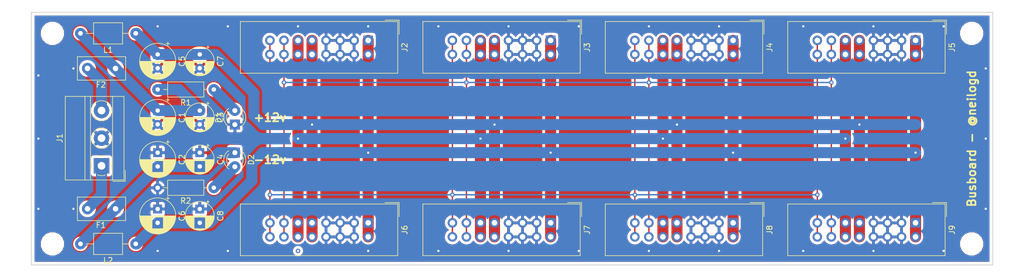
<source format=kicad_pcb>
(kicad_pcb (version 20171130) (host pcbnew 5.0.2-bee76a0~70~ubuntu18.04.1)
  (layers (0 F.Cu signal) (31 B.Cu signal) (34 B.Paste user) (35 F.Paste user) (36 B.SilkS user) (37 F.SilkS user) (38 B.Mask user) (39 F.Mask user) (44 Edge.Cuts user))
  (net 0 "")
  (net 1 "Net-(D2-Pad2)")
  (net 2 GND)
  (net 3 +12V)
  (net 4 "Net-(D1-Pad2)")
  (net 5 -12V)
  (net 6 "Net-(J2-Pad13)")
  (net 7 "Net-(J2-Pad15)")
  (net 8 "Net-(F1-Pad2)")
  (net 9 "Net-(F2-Pad2)")
  (net 10 "Net-(C1-Pad1)")
  (net 11 "Net-(C2-Pad2)")
  (net 12 "Net-(J2-Pad11)")
  (module MountingHole:MountingHole_3.2mm_M3 (layer F.Cu) (at 200.66 82.55)
    (fp_text reference REF** hide)
    (fp_text value MountingHole_3.2mm_M3)
    (pad 1 np_thru_hole circle (at 0 0) (size 3.2 3.2) (drill 3.2) (layers *.Cu *.Mask))
  )
  (module MountingHole:MountingHole_3.2mm_M3 (layer F.Cu) (at 200.66 44.45)
    (fp_text reference REF** hide)
    (fp_text value MountingHole_3.2mm_M3)
    (pad 1 np_thru_hole circle (at 0 0) (size 3.2 3.2) (drill 3.2) (layers *.Cu *.Mask))
  )
  (module MountingHole:MountingHole_3.2mm_M3 (layer F.Cu) (at 34.29 44.45)
    (fp_text reference REF** hide)
    (fp_text value MountingHole_3.2mm_M3)
    (pad 1 np_thru_hole circle (at 0 0) (size 3.2 3.2) (drill 3.2) (layers *.Cu *.Mask))
  )
  (module MountingHole:MountingHole_3.2mm_M3 (layer F.Cu) (at 34.29 82.55)
    (fp_text reference REF** hide)
    (fp_text value MountingHole_3.2mm_M3)
    (pad 1 np_thru_hole circle (at 0 0) (size 3.2 3.2) (drill 3.2) (layers *.Cu *.Mask))
  )
  (module Inductor_THT:L_Axial_L5.0mm_D3.6mm_P10.00mm_Horizontal_Murata_BL01RN1A2A2 (layer F.Cu) (at 49.37 82.55 180)
    (fp_text reference L2 (at 5 -3 180) (layer F.SilkS))
    (fp_text value 10mH)
    (pad 2 thru_hole oval (at 10 0 180) (size 1.6 1.6) (drill 0.85) (layers *.Cu *.Mask) (net 11 "Net-(C2-Pad2)"))
    (pad 1 thru_hole circle (at 0 0 180) (size 1.6 1.6) (drill 0.85) (layers *.Cu *.Mask) (net 5 -12V))
  )
  (module Capacitor_THT:CP_Radial_D5.0mm_P2.50mm (layer F.Cu) (at 60.96 48.26 270)
    (fp_text reference C7 (at 1.25 -3.75 270) (layer F.SilkS))
    (fp_text value 270uF)
    (pad 2 thru_hole circle (at 2.5 0 270) (size 1.6 1.6) (drill 0.8) (layers *.Cu *.Mask) (net 2 GND))
    (pad 1 thru_hole rect (at 0 0 270) (size 1.6 1.6) (drill 0.8) (layers *.Cu *.Mask) (net 3 +12V))
  )
  (module Capacitor_THT:CP_Radial_D6.3mm_P2.50mm (layer F.Cu) (at 53.34 48.26 270)
    (fp_text reference C5 (at 1.25 -4.4 270) (layer F.SilkS))
    (fp_text value 2000uF)
    (pad 1 thru_hole rect (at 0 0 270) (size 1.6 1.6) (drill 0.8) (layers *.Cu *.Mask) (net 3 +12V))
    (pad 2 thru_hole circle (at 2.5 0 270) (size 1.6 1.6) (drill 0.8) (layers *.Cu *.Mask) (net 2 GND))
  )
  (module Capacitor_THT:CP_Radial_D6.3mm_P2.50mm (layer F.Cu) (at 53.34 76.24 270)
    (fp_text reference C6 (at 1.25 -4.4 270) (layer F.SilkS))
    (fp_text value 2000uF)
    (pad 2 thru_hole circle (at 2.5 0 270) (size 1.6 1.6) (drill 0.8) (layers *.Cu *.Mask) (net 5 -12V))
    (pad 1 thru_hole rect (at 0 0 270) (size 1.6 1.6) (drill 0.8) (layers *.Cu *.Mask) (net 2 GND))
  )
  (module TerminalBlock_MetzConnect:TerminalBlock_MetzConnect_Type011_RT05503HBWC_1x03_P5.00mm_Horizontal (layer F.Cu) (at 43.18 68.42 90)
    (fp_text reference J1 (at 5 -7.56 90) (layer F.SilkS))
    (fp_text value Conn_01x03)
    (pad 1 thru_hole rect (at 0 0 90) (size 2.8 2.8) (drill 1.4) (layers *.Cu *.Mask) (net 8 "Net-(F1-Pad2)"))
    (pad 2 thru_hole circle (at 5 0 90) (size 2.8 2.8) (drill 1.4) (layers *.Cu *.Mask) (net 2 GND))
    (pad 3 thru_hole circle (at 10 0 90) (size 2.8 2.8) (drill 1.4) (layers *.Cu *.Mask) (net 9 "Net-(F2-Pad2)"))
  )
  (module Connector_IDC:IDC-Header_2x08_P2.54mm_Vertical (layer F.Cu) (at 91.44 45.72 270)
    (fp_text reference J2 (at 1.27 -6.604 270) (layer F.SilkS))
    (fp_text value Conn_02x08_Odd_Even)
    (pad 1 thru_hole rect (at 0 0 270) (size 1.7272 1.7272) (drill 1.016) (layers *.Cu *.Mask) (net 5 -12V))
    (pad 2 thru_hole oval (at 2.54 0 270) (size 1.7272 1.7272) (drill 1.016) (layers *.Cu *.Mask) (net 5 -12V))
    (pad 3 thru_hole oval (at 0 2.54 270) (size 1.7272 1.7272) (drill 1.016) (layers *.Cu *.Mask) (net 2 GND))
    (pad 4 thru_hole oval (at 2.54 2.54 270) (size 1.7272 1.7272) (drill 1.016) (layers *.Cu *.Mask) (net 2 GND))
    (pad 5 thru_hole oval (at 0 5.08 270) (size 1.7272 1.7272) (drill 1.016) (layers *.Cu *.Mask) (net 2 GND))
    (pad 6 thru_hole oval (at 2.54 5.08 270) (size 1.7272 1.7272) (drill 1.016) (layers *.Cu *.Mask) (net 2 GND))
    (pad 7 thru_hole oval (at 0 7.62 270) (size 1.7272 1.7272) (drill 1.016) (layers *.Cu *.Mask) (net 2 GND))
    (pad 8 thru_hole oval (at 2.54 7.62 270) (size 1.7272 1.7272) (drill 1.016) (layers *.Cu *.Mask) (net 2 GND))
    (pad 9 thru_hole oval (at 0 10.16 270) (size 1.7272 1.7272) (drill 1.016) (layers *.Cu *.Mask) (net 3 +12V))
    (pad 10 thru_hole oval (at 2.54 10.16 270) (size 1.7272 1.7272) (drill 1.016) (layers *.Cu *.Mask) (net 3 +12V))
    (pad 11 thru_hole oval (at 0 12.7 270) (size 1.7272 1.7272) (drill 1.016) (layers *.Cu *.Mask) (net 12 "Net-(J2-Pad11)"))
    (pad 12 thru_hole oval (at 2.54 12.7 270) (size 1.7272 1.7272) (drill 1.016) (layers *.Cu *.Mask) (net 12 "Net-(J2-Pad11)"))
    (pad 13 thru_hole oval (at 0 15.24 270) (size 1.7272 1.7272) (drill 1.016) (layers *.Cu *.Mask) (net 6 "Net-(J2-Pad13)"))
    (pad 14 thru_hole oval (at 2.54 15.24 270) (size 1.7272 1.7272) (drill 1.016) (layers *.Cu *.Mask) (net 6 "Net-(J2-Pad13)"))
    (pad 15 thru_hole oval (at 0 17.78 270) (size 1.7272 1.7272) (drill 1.016) (layers *.Cu *.Mask) (net 7 "Net-(J2-Pad15)"))
    (pad 16 thru_hole oval (at 2.54 17.78 270) (size 1.7272 1.7272) (drill 1.016) (layers *.Cu *.Mask) (net 7 "Net-(J2-Pad15)"))
  )
  (module Connector_IDC:IDC-Header_2x08_P2.54mm_Vertical (layer F.Cu) (at 157.48 78.74 270)
    (fp_text reference J8 (at 1.27 -6.604 270) (layer F.SilkS))
    (fp_text value Conn_02x08_Odd_Even)
    (pad 16 thru_hole oval (at 2.54 17.78 270) (size 1.7272 1.7272) (drill 1.016) (layers *.Cu *.Mask) (net 7 "Net-(J2-Pad15)"))
    (pad 15 thru_hole oval (at 0 17.78 270) (size 1.7272 1.7272) (drill 1.016) (layers *.Cu *.Mask) (net 7 "Net-(J2-Pad15)"))
    (pad 14 thru_hole oval (at 2.54 15.24 270) (size 1.7272 1.7272) (drill 1.016) (layers *.Cu *.Mask) (net 6 "Net-(J2-Pad13)"))
    (pad 13 thru_hole oval (at 0 15.24 270) (size 1.7272 1.7272) (drill 1.016) (layers *.Cu *.Mask) (net 6 "Net-(J2-Pad13)"))
    (pad 12 thru_hole oval (at 2.54 12.7 270) (size 1.7272 1.7272) (drill 1.016) (layers *.Cu *.Mask) (net 12 "Net-(J2-Pad11)"))
    (pad 11 thru_hole oval (at 0 12.7 270) (size 1.7272 1.7272) (drill 1.016) (layers *.Cu *.Mask) (net 12 "Net-(J2-Pad11)"))
    (pad 10 thru_hole oval (at 2.54 10.16 270) (size 1.7272 1.7272) (drill 1.016) (layers *.Cu *.Mask) (net 3 +12V))
    (pad 9 thru_hole oval (at 0 10.16 270) (size 1.7272 1.7272) (drill 1.016) (layers *.Cu *.Mask) (net 3 +12V))
    (pad 8 thru_hole oval (at 2.54 7.62 270) (size 1.7272 1.7272) (drill 1.016) (layers *.Cu *.Mask) (net 2 GND))
    (pad 7 thru_hole oval (at 0 7.62 270) (size 1.7272 1.7272) (drill 1.016) (layers *.Cu *.Mask) (net 2 GND))
    (pad 6 thru_hole oval (at 2.54 5.08 270) (size 1.7272 1.7272) (drill 1.016) (layers *.Cu *.Mask) (net 2 GND))
    (pad 5 thru_hole oval (at 0 5.08 270) (size 1.7272 1.7272) (drill 1.016) (layers *.Cu *.Mask) (net 2 GND))
    (pad 4 thru_hole oval (at 2.54 2.54 270) (size 1.7272 1.7272) (drill 1.016) (layers *.Cu *.Mask) (net 2 GND))
    (pad 3 thru_hole oval (at 0 2.54 270) (size 1.7272 1.7272) (drill 1.016) (layers *.Cu *.Mask) (net 2 GND))
    (pad 2 thru_hole oval (at 2.54 0 270) (size 1.7272 1.7272) (drill 1.016) (layers *.Cu *.Mask) (net 5 -12V))
    (pad 1 thru_hole rect (at 0 0 270) (size 1.7272 1.7272) (drill 1.016) (layers *.Cu *.Mask) (net 5 -12V))
  )
  (module Connector_IDC:IDC-Header_2x08_P2.54mm_Vertical (layer F.Cu) (at 124.46 78.74 270)
    (fp_text reference J7 (at 1.27 -6.604 270) (layer F.SilkS))
    (fp_text value Conn_02x08_Odd_Even)
    (pad 16 thru_hole oval (at 2.54 17.78 270) (size 1.7272 1.7272) (drill 1.016) (layers *.Cu *.Mask) (net 7 "Net-(J2-Pad15)"))
    (pad 15 thru_hole oval (at 0 17.78 270) (size 1.7272 1.7272) (drill 1.016) (layers *.Cu *.Mask) (net 7 "Net-(J2-Pad15)"))
    (pad 14 thru_hole oval (at 2.54 15.24 270) (size 1.7272 1.7272) (drill 1.016) (layers *.Cu *.Mask) (net 6 "Net-(J2-Pad13)"))
    (pad 13 thru_hole oval (at 0 15.24 270) (size 1.7272 1.7272) (drill 1.016) (layers *.Cu *.Mask) (net 6 "Net-(J2-Pad13)"))
    (pad 12 thru_hole oval (at 2.54 12.7 270) (size 1.7272 1.7272) (drill 1.016) (layers *.Cu *.Mask) (net 12 "Net-(J2-Pad11)"))
    (pad 11 thru_hole oval (at 0 12.7 270) (size 1.7272 1.7272) (drill 1.016) (layers *.Cu *.Mask) (net 12 "Net-(J2-Pad11)"))
    (pad 10 thru_hole oval (at 2.54 10.16 270) (size 1.7272 1.7272) (drill 1.016) (layers *.Cu *.Mask) (net 3 +12V))
    (pad 9 thru_hole oval (at 0 10.16 270) (size 1.7272 1.7272) (drill 1.016) (layers *.Cu *.Mask) (net 3 +12V))
    (pad 8 thru_hole oval (at 2.54 7.62 270) (size 1.7272 1.7272) (drill 1.016) (layers *.Cu *.Mask) (net 2 GND))
    (pad 7 thru_hole oval (at 0 7.62 270) (size 1.7272 1.7272) (drill 1.016) (layers *.Cu *.Mask) (net 2 GND))
    (pad 6 thru_hole oval (at 2.54 5.08 270) (size 1.7272 1.7272) (drill 1.016) (layers *.Cu *.Mask) (net 2 GND))
    (pad 5 thru_hole oval (at 0 5.08 270) (size 1.7272 1.7272) (drill 1.016) (layers *.Cu *.Mask) (net 2 GND))
    (pad 4 thru_hole oval (at 2.54 2.54 270) (size 1.7272 1.7272) (drill 1.016) (layers *.Cu *.Mask) (net 2 GND))
    (pad 3 thru_hole oval (at 0 2.54 270) (size 1.7272 1.7272) (drill 1.016) (layers *.Cu *.Mask) (net 2 GND))
    (pad 2 thru_hole oval (at 2.54 0 270) (size 1.7272 1.7272) (drill 1.016) (layers *.Cu *.Mask) (net 5 -12V))
    (pad 1 thru_hole rect (at 0 0 270) (size 1.7272 1.7272) (drill 1.016) (layers *.Cu *.Mask) (net 5 -12V))
  )
  (module Connector_IDC:IDC-Header_2x08_P2.54mm_Vertical (layer F.Cu) (at 91.44 78.74 270)
    (fp_text reference J6 (at 1.27 -6.604 270) (layer F.SilkS))
    (fp_text value Conn_02x08_Odd_Even)
    (pad 1 thru_hole rect (at 0 0 270) (size 1.7272 1.7272) (drill 1.016) (layers *.Cu *.Mask) (net 5 -12V))
    (pad 2 thru_hole oval (at 2.54 0 270) (size 1.7272 1.7272) (drill 1.016) (layers *.Cu *.Mask) (net 5 -12V))
    (pad 3 thru_hole oval (at 0 2.54 270) (size 1.7272 1.7272) (drill 1.016) (layers *.Cu *.Mask) (net 2 GND))
    (pad 4 thru_hole oval (at 2.54 2.54 270) (size 1.7272 1.7272) (drill 1.016) (layers *.Cu *.Mask) (net 2 GND))
    (pad 5 thru_hole oval (at 0 5.08 270) (size 1.7272 1.7272) (drill 1.016) (layers *.Cu *.Mask) (net 2 GND))
    (pad 6 thru_hole oval (at 2.54 5.08 270) (size 1.7272 1.7272) (drill 1.016) (layers *.Cu *.Mask) (net 2 GND))
    (pad 7 thru_hole oval (at 0 7.62 270) (size 1.7272 1.7272) (drill 1.016) (layers *.Cu *.Mask) (net 2 GND))
    (pad 8 thru_hole oval (at 2.54 7.62 270) (size 1.7272 1.7272) (drill 1.016) (layers *.Cu *.Mask) (net 2 GND))
    (pad 9 thru_hole oval (at 0 10.16 270) (size 1.7272 1.7272) (drill 1.016) (layers *.Cu *.Mask) (net 3 +12V))
    (pad 10 thru_hole oval (at 2.54 10.16 270) (size 1.7272 1.7272) (drill 1.016) (layers *.Cu *.Mask) (net 3 +12V))
    (pad 11 thru_hole oval (at 0 12.7 270) (size 1.7272 1.7272) (drill 1.016) (layers *.Cu *.Mask) (net 12 "Net-(J2-Pad11)"))
    (pad 12 thru_hole oval (at 2.54 12.7 270) (size 1.7272 1.7272) (drill 1.016) (layers *.Cu *.Mask) (net 12 "Net-(J2-Pad11)"))
    (pad 13 thru_hole oval (at 0 15.24 270) (size 1.7272 1.7272) (drill 1.016) (layers *.Cu *.Mask) (net 6 "Net-(J2-Pad13)"))
    (pad 14 thru_hole oval (at 2.54 15.24 270) (size 1.7272 1.7272) (drill 1.016) (layers *.Cu *.Mask) (net 6 "Net-(J2-Pad13)"))
    (pad 15 thru_hole oval (at 0 17.78 270) (size 1.7272 1.7272) (drill 1.016) (layers *.Cu *.Mask) (net 7 "Net-(J2-Pad15)"))
    (pad 16 thru_hole oval (at 2.54 17.78 270) (size 1.7272 1.7272) (drill 1.016) (layers *.Cu *.Mask) (net 7 "Net-(J2-Pad15)"))
  )
  (module Connector_IDC:IDC-Header_2x08_P2.54mm_Vertical (layer F.Cu) (at 190.5 45.72 270)
    (fp_text reference J5 (at 1.27 -6.604 270) (layer F.SilkS))
    (fp_text value Conn_02x08_Odd_Even)
    (pad 16 thru_hole oval (at 2.54 17.78 270) (size 1.7272 1.7272) (drill 1.016) (layers *.Cu *.Mask) (net 7 "Net-(J2-Pad15)"))
    (pad 15 thru_hole oval (at 0 17.78 270) (size 1.7272 1.7272) (drill 1.016) (layers *.Cu *.Mask) (net 7 "Net-(J2-Pad15)"))
    (pad 14 thru_hole oval (at 2.54 15.24 270) (size 1.7272 1.7272) (drill 1.016) (layers *.Cu *.Mask) (net 6 "Net-(J2-Pad13)"))
    (pad 13 thru_hole oval (at 0 15.24 270) (size 1.7272 1.7272) (drill 1.016) (layers *.Cu *.Mask) (net 6 "Net-(J2-Pad13)"))
    (pad 12 thru_hole oval (at 2.54 12.7 270) (size 1.7272 1.7272) (drill 1.016) (layers *.Cu *.Mask) (net 12 "Net-(J2-Pad11)"))
    (pad 11 thru_hole oval (at 0 12.7 270) (size 1.7272 1.7272) (drill 1.016) (layers *.Cu *.Mask) (net 12 "Net-(J2-Pad11)"))
    (pad 10 thru_hole oval (at 2.54 10.16 270) (size 1.7272 1.7272) (drill 1.016) (layers *.Cu *.Mask) (net 3 +12V))
    (pad 9 thru_hole oval (at 0 10.16 270) (size 1.7272 1.7272) (drill 1.016) (layers *.Cu *.Mask) (net 3 +12V))
    (pad 8 thru_hole oval (at 2.54 7.62 270) (size 1.7272 1.7272) (drill 1.016) (layers *.Cu *.Mask) (net 2 GND))
    (pad 7 thru_hole oval (at 0 7.62 270) (size 1.7272 1.7272) (drill 1.016) (layers *.Cu *.Mask) (net 2 GND))
    (pad 6 thru_hole oval (at 2.54 5.08 270) (size 1.7272 1.7272) (drill 1.016) (layers *.Cu *.Mask) (net 2 GND))
    (pad 5 thru_hole oval (at 0 5.08 270) (size 1.7272 1.7272) (drill 1.016) (layers *.Cu *.Mask) (net 2 GND))
    (pad 4 thru_hole oval (at 2.54 2.54 270) (size 1.7272 1.7272) (drill 1.016) (layers *.Cu *.Mask) (net 2 GND))
    (pad 3 thru_hole oval (at 0 2.54 270) (size 1.7272 1.7272) (drill 1.016) (layers *.Cu *.Mask) (net 2 GND))
    (pad 2 thru_hole oval (at 2.54 0 270) (size 1.7272 1.7272) (drill 1.016) (layers *.Cu *.Mask) (net 5 -12V))
    (pad 1 thru_hole rect (at 0 0 270) (size 1.7272 1.7272) (drill 1.016) (layers *.Cu *.Mask) (net 5 -12V))
  )
  (module Connector_IDC:IDC-Header_2x08_P2.54mm_Vertical (layer F.Cu) (at 157.48 45.72 270)
    (fp_text reference J4 (at 1.27 -6.604 270) (layer F.SilkS))
    (fp_text value Conn_02x08_Odd_Even)
    (pad 1 thru_hole rect (at 0 0 270) (size 1.7272 1.7272) (drill 1.016) (layers *.Cu *.Mask) (net 5 -12V))
    (pad 2 thru_hole oval (at 2.54 0 270) (size 1.7272 1.7272) (drill 1.016) (layers *.Cu *.Mask) (net 5 -12V))
    (pad 3 thru_hole oval (at 0 2.54 270) (size 1.7272 1.7272) (drill 1.016) (layers *.Cu *.Mask) (net 2 GND))
    (pad 4 thru_hole oval (at 2.54 2.54 270) (size 1.7272 1.7272) (drill 1.016) (layers *.Cu *.Mask) (net 2 GND))
    (pad 5 thru_hole oval (at 0 5.08 270) (size 1.7272 1.7272) (drill 1.016) (layers *.Cu *.Mask) (net 2 GND))
    (pad 6 thru_hole oval (at 2.54 5.08 270) (size 1.7272 1.7272) (drill 1.016) (layers *.Cu *.Mask) (net 2 GND))
    (pad 7 thru_hole oval (at 0 7.62 270) (size 1.7272 1.7272) (drill 1.016) (layers *.Cu *.Mask) (net 2 GND))
    (pad 8 thru_hole oval (at 2.54 7.62 270) (size 1.7272 1.7272) (drill 1.016) (layers *.Cu *.Mask) (net 2 GND))
    (pad 9 thru_hole oval (at 0 10.16 270) (size 1.7272 1.7272) (drill 1.016) (layers *.Cu *.Mask) (net 3 +12V))
    (pad 10 thru_hole oval (at 2.54 10.16 270) (size 1.7272 1.7272) (drill 1.016) (layers *.Cu *.Mask) (net 3 +12V))
    (pad 11 thru_hole oval (at 0 12.7 270) (size 1.7272 1.7272) (drill 1.016) (layers *.Cu *.Mask) (net 12 "Net-(J2-Pad11)"))
    (pad 12 thru_hole oval (at 2.54 12.7 270) (size 1.7272 1.7272) (drill 1.016) (layers *.Cu *.Mask) (net 12 "Net-(J2-Pad11)"))
    (pad 13 thru_hole oval (at 0 15.24 270) (size 1.7272 1.7272) (drill 1.016) (layers *.Cu *.Mask) (net 6 "Net-(J2-Pad13)"))
    (pad 14 thru_hole oval (at 2.54 15.24 270) (size 1.7272 1.7272) (drill 1.016) (layers *.Cu *.Mask) (net 6 "Net-(J2-Pad13)"))
    (pad 15 thru_hole oval (at 0 17.78 270) (size 1.7272 1.7272) (drill 1.016) (layers *.Cu *.Mask) (net 7 "Net-(J2-Pad15)"))
    (pad 16 thru_hole oval (at 2.54 17.78 270) (size 1.7272 1.7272) (drill 1.016) (layers *.Cu *.Mask) (net 7 "Net-(J2-Pad15)"))
  )
  (module Connector_IDC:IDC-Header_2x08_P2.54mm_Vertical (layer F.Cu) (at 124.46 45.72 270)
    (fp_text reference J3 (at 1.27 -6.604 270) (layer F.SilkS))
    (fp_text value Conn_02x08_Odd_Even)
    (pad 16 thru_hole oval (at 2.54 17.78 270) (size 1.7272 1.7272) (drill 1.016) (layers *.Cu *.Mask) (net 7 "Net-(J2-Pad15)"))
    (pad 15 thru_hole oval (at 0 17.78 270) (size 1.7272 1.7272) (drill 1.016) (layers *.Cu *.Mask) (net 7 "Net-(J2-Pad15)"))
    (pad 14 thru_hole oval (at 2.54 15.24 270) (size 1.7272 1.7272) (drill 1.016) (layers *.Cu *.Mask) (net 6 "Net-(J2-Pad13)"))
    (pad 13 thru_hole oval (at 0 15.24 270) (size 1.7272 1.7272) (drill 1.016) (layers *.Cu *.Mask) (net 6 "Net-(J2-Pad13)"))
    (pad 12 thru_hole oval (at 2.54 12.7 270) (size 1.7272 1.7272) (drill 1.016) (layers *.Cu *.Mask) (net 12 "Net-(J2-Pad11)"))
    (pad 11 thru_hole oval (at 0 12.7 270) (size 1.7272 1.7272) (drill 1.016) (layers *.Cu *.Mask) (net 12 "Net-(J2-Pad11)"))
    (pad 10 thru_hole oval (at 2.54 10.16 270) (size 1.7272 1.7272) (drill 1.016) (layers *.Cu *.Mask) (net 3 +12V))
    (pad 9 thru_hole oval (at 0 10.16 270) (size 1.7272 1.7272) (drill 1.016) (layers *.Cu *.Mask) (net 3 +12V))
    (pad 8 thru_hole oval (at 2.54 7.62 270) (size 1.7272 1.7272) (drill 1.016) (layers *.Cu *.Mask) (net 2 GND))
    (pad 7 thru_hole oval (at 0 7.62 270) (size 1.7272 1.7272) (drill 1.016) (layers *.Cu *.Mask) (net 2 GND))
    (pad 6 thru_hole oval (at 2.54 5.08 270) (size 1.7272 1.7272) (drill 1.016) (layers *.Cu *.Mask) (net 2 GND))
    (pad 5 thru_hole oval (at 0 5.08 270) (size 1.7272 1.7272) (drill 1.016) (layers *.Cu *.Mask) (net 2 GND))
    (pad 4 thru_hole oval (at 2.54 2.54 270) (size 1.7272 1.7272) (drill 1.016) (layers *.Cu *.Mask) (net 2 GND))
    (pad 3 thru_hole oval (at 0 2.54 270) (size 1.7272 1.7272) (drill 1.016) (layers *.Cu *.Mask) (net 2 GND))
    (pad 2 thru_hole oval (at 2.54 0 270) (size 1.7272 1.7272) (drill 1.016) (layers *.Cu *.Mask) (net 5 -12V))
    (pad 1 thru_hole rect (at 0 0 270) (size 1.7272 1.7272) (drill 1.016) (layers *.Cu *.Mask) (net 5 -12V))
  )
  (module Connector_IDC:IDC-Header_2x08_P2.54mm_Vertical (layer F.Cu) (at 190.5 78.74 270)
    (fp_text reference J9 (at 1.27 -6.604 270) (layer F.SilkS))
    (fp_text value Conn_02x08_Odd_Even)
    (pad 1 thru_hole rect (at 0 0 270) (size 1.7272 1.7272) (drill 1.016) (layers *.Cu *.Mask) (net 5 -12V))
    (pad 2 thru_hole oval (at 2.54 0 270) (size 1.7272 1.7272) (drill 1.016) (layers *.Cu *.Mask) (net 5 -12V))
    (pad 3 thru_hole oval (at 0 2.54 270) (size 1.7272 1.7272) (drill 1.016) (layers *.Cu *.Mask) (net 2 GND))
    (pad 4 thru_hole oval (at 2.54 2.54 270) (size 1.7272 1.7272) (drill 1.016) (layers *.Cu *.Mask) (net 2 GND))
    (pad 5 thru_hole oval (at 0 5.08 270) (size 1.7272 1.7272) (drill 1.016) (layers *.Cu *.Mask) (net 2 GND))
    (pad 6 thru_hole oval (at 2.54 5.08 270) (size 1.7272 1.7272) (drill 1.016) (layers *.Cu *.Mask) (net 2 GND))
    (pad 7 thru_hole oval (at 0 7.62 270) (size 1.7272 1.7272) (drill 1.016) (layers *.Cu *.Mask) (net 2 GND))
    (pad 8 thru_hole oval (at 2.54 7.62 270) (size 1.7272 1.7272) (drill 1.016) (layers *.Cu *.Mask) (net 2 GND))
    (pad 9 thru_hole oval (at 0 10.16 270) (size 1.7272 1.7272) (drill 1.016) (layers *.Cu *.Mask) (net 3 +12V))
    (pad 10 thru_hole oval (at 2.54 10.16 270) (size 1.7272 1.7272) (drill 1.016) (layers *.Cu *.Mask) (net 3 +12V))
    (pad 11 thru_hole oval (at 0 12.7 270) (size 1.7272 1.7272) (drill 1.016) (layers *.Cu *.Mask) (net 12 "Net-(J2-Pad11)"))
    (pad 12 thru_hole oval (at 2.54 12.7 270) (size 1.7272 1.7272) (drill 1.016) (layers *.Cu *.Mask) (net 12 "Net-(J2-Pad11)"))
    (pad 13 thru_hole oval (at 0 15.24 270) (size 1.7272 1.7272) (drill 1.016) (layers *.Cu *.Mask) (net 6 "Net-(J2-Pad13)"))
    (pad 14 thru_hole oval (at 2.54 15.24 270) (size 1.7272 1.7272) (drill 1.016) (layers *.Cu *.Mask) (net 6 "Net-(J2-Pad13)"))
    (pad 15 thru_hole oval (at 0 17.78 270) (size 1.7272 1.7272) (drill 1.016) (layers *.Cu *.Mask) (net 7 "Net-(J2-Pad15)"))
    (pad 16 thru_hole oval (at 2.54 17.78 270) (size 1.7272 1.7272) (drill 1.016) (layers *.Cu *.Mask) (net 7 "Net-(J2-Pad15)"))
  )
  (module Capacitor_THT:CP_Radial_D5.0mm_P2.50mm (layer F.Cu) (at 60.96 58.42 270)
    (fp_text reference C3 (at 1.25 -3.75 270) (layer F.SilkS))
    (fp_text value 270uF)
    (pad 1 thru_hole rect (at 0 0 270) (size 1.6 1.6) (drill 0.8) (layers *.Cu *.Mask) (net 10 "Net-(C1-Pad1)"))
    (pad 2 thru_hole circle (at 2.5 0 270) (size 1.6 1.6) (drill 0.8) (layers *.Cu *.Mask) (net 2 GND))
  )
  (module Capacitor_THT:CP_Radial_D5.0mm_P2.50mm (layer F.Cu) (at 60.96 66.04 270)
    (fp_text reference C4 (at 1.25 -3.75 270) (layer F.SilkS))
    (fp_text value 270uF)
    (pad 2 thru_hole circle (at 2.5 0 270) (size 1.6 1.6) (drill 0.8) (layers *.Cu *.Mask) (net 11 "Net-(C2-Pad2)"))
    (pad 1 thru_hole rect (at 0 0 270) (size 1.6 1.6) (drill 0.8) (layers *.Cu *.Mask) (net 2 GND))
  )
  (module Capacitor_THT:CP_Radial_D5.0mm_P2.50mm (layer F.Cu) (at 60.96 76.24 270)
    (fp_text reference C8 (at 1.25 -3.75 270) (layer F.SilkS))
    (fp_text value 270uF)
    (pad 2 thru_hole circle (at 2.5 0 270) (size 1.6 1.6) (drill 0.8) (layers *.Cu *.Mask) (net 5 -12V))
    (pad 1 thru_hole rect (at 0 0 270) (size 1.6 1.6) (drill 0.8) (layers *.Cu *.Mask) (net 2 GND))
  )
  (module Capacitor_THT:CP_Radial_D6.3mm_P2.50mm (layer F.Cu) (at 53.34 66.04 270)
    (fp_text reference C2 (at 1.25 -4.4 270) (layer F.SilkS))
    (fp_text value 2000uF)
    (pad 1 thru_hole rect (at 0 0 270) (size 1.6 1.6) (drill 0.8) (layers *.Cu *.Mask) (net 2 GND))
    (pad 2 thru_hole circle (at 2.5 0 270) (size 1.6 1.6) (drill 0.8) (layers *.Cu *.Mask) (net 11 "Net-(C2-Pad2)"))
  )
  (module Capacitor_THT:CP_Radial_D6.3mm_P2.50mm (layer F.Cu) (at 53.34 58.42 270)
    (fp_text reference C1 (at 1.25 -4.4 270) (layer F.SilkS))
    (fp_text value 2000uF)
    (pad 2 thru_hole circle (at 2.5 0 270) (size 1.6 1.6) (drill 0.8) (layers *.Cu *.Mask) (net 2 GND))
    (pad 1 thru_hole rect (at 0 0 270) (size 1.6 1.6) (drill 0.8) (layers *.Cu *.Mask) (net 10 "Net-(C1-Pad1)"))
  )
  (module Fuse:Fuse_Littelfuse_395Series (layer F.Cu) (at 45.72 50.8 180)
    (fp_text reference F2 (at 2.65 -2.95 180) (layer F.SilkS))
    (fp_text value Polyfuse)
    (pad 2 thru_hole circle (at 5.08 0.01 180) (size 2 2) (drill 1) (layers *.Cu *.Mask) (net 9 "Net-(F2-Pad2)"))
    (pad 1 thru_hole circle (at 0 0 180) (size 2 2) (drill 1) (layers *.Cu *.Mask) (net 10 "Net-(C1-Pad1)"))
  )
  (module Fuse:Fuse_Littelfuse_395Series (layer F.Cu) (at 45.72 76.21 180)
    (fp_text reference F1 (at 2.65 -2.95 180) (layer F.SilkS))
    (fp_text value Polyfuse)
    (pad 1 thru_hole circle (at 0 0 180) (size 2 2) (drill 1) (layers *.Cu *.Mask) (net 11 "Net-(C2-Pad2)"))
    (pad 2 thru_hole circle (at 5.08 0.01 180) (size 2 2) (drill 1) (layers *.Cu *.Mask) (net 8 "Net-(F1-Pad2)"))
  )
  (module Inductor_THT:L_Axial_L5.0mm_D3.6mm_P10.00mm_Horizontal_Murata_BL01RN1A2A2 (layer F.Cu) (at 49.37 44.45 180)
    (fp_text reference L1 (at 5 -3 180) (layer F.SilkS))
    (fp_text value 10mH)
    (pad 2 thru_hole oval (at 10 0 180) (size 1.6 1.6) (drill 0.85) (layers *.Cu *.Mask) (net 10 "Net-(C1-Pad1)"))
    (pad 1 thru_hole circle (at 0 0 180) (size 1.6 1.6) (drill 0.85) (layers *.Cu *.Mask) (net 3 +12V))
  )
  (module LED_THT:LED_D3.0mm (layer F.Cu) (at 67.31 66.04 270)
    (fp_text reference D2 (at 1.27 -2.96 270) (layer F.SilkS))
    (fp_text value LED)
    (pad 1 thru_hole rect (at 0 0 270) (size 1.8 1.8) (drill 0.9) (layers *.Cu *.Mask) (net 11 "Net-(C2-Pad2)"))
    (pad 2 thru_hole circle (at 2.54 0 270) (size 1.8 1.8) (drill 0.9) (layers *.Cu *.Mask) (net 1 "Net-(D2-Pad2)"))
  )
  (module LED_THT:LED_D3.0mm (layer F.Cu) (at 67.31 60.96 90)
    (fp_text reference D1 (at 1.27 -2.96 90) (layer F.SilkS))
    (fp_text value LED)
    (pad 1 thru_hole rect (at 0 0 90) (size 1.8 1.8) (drill 0.9) (layers *.Cu *.Mask) (net 2 GND))
    (pad 2 thru_hole circle (at 2.54 0 90) (size 1.8 1.8) (drill 0.9) (layers *.Cu *.Mask) (net 4 "Net-(D1-Pad2)"))
  )
  (module Resistor_THT:R_Axial_DIN0207_L6.3mm_D2.5mm_P10.16mm_Horizontal (layer F.Cu) (at 63.5 54.61 180)
    (fp_text reference R1 (at 5.08 -2.37 180) (layer F.SilkS))
    (fp_text value 1k)
    (pad 2 thru_hole oval (at 10.16 0 180) (size 1.6 1.6) (drill 0.8) (layers *.Cu *.Mask) (net 10 "Net-(C1-Pad1)"))
    (pad 1 thru_hole circle (at 0 0 180) (size 1.6 1.6) (drill 0.8) (layers *.Cu *.Mask) (net 4 "Net-(D1-Pad2)"))
  )
  (module Resistor_THT:R_Axial_DIN0207_L6.3mm_D2.5mm_P10.16mm_Horizontal (layer F.Cu) (at 63.5 72.39 180)
    (fp_text reference R2 (at 5.08 -2.37 180) (layer F.SilkS))
    (fp_text value 1k)
    (pad 1 thru_hole circle (at 0 0 180) (size 1.6 1.6) (drill 0.8) (layers *.Cu *.Mask) (net 1 "Net-(D2-Pad2)"))
    (pad 2 thru_hole oval (at 10.16 0 180) (size 1.6 1.6) (drill 0.8) (layers *.Cu *.Mask) (net 2 GND))
  )
  (gr_line (start 204.47 40.64) (end 204.47 86.36) (layer Edge.Cuts) (width 0.15))
  (gr_line (start 30.48 86.36) (end 30.48 40.64) (layer Edge.Cuts) (width 0.15))
  (gr_line (start 204.47 86.36) (end 30.48 86.36) (layer Edge.Cuts) (width 0.15))
  (gr_line (start 30.48 40.64) (end 204.47 40.64) (layer Edge.Cuts) (width 0.15))
  (gr_text -12v (at 73.66 67.31) (layer F.SilkS) (effects (font (size 1.5 1.5) (thickness 0.3))))
  (gr_text +12v (at 73.66 59.69) (layer F.SilkS) (effects (font (size 1.5 1.5) (thickness 0.3))))
  (gr_text "Busboard - @neilogd" (at 200.66 63.5 90) (layer F.SilkS) (effects (font (size 1.5 1.5) (thickness 0.3))))
  (segment (start 63.5 72.39) (end 67.31 68.58) (width 2) (layer B.Cu) (net 1))
  (via (at 53.34 43.18) (size 0.8) (drill 0.4) (layers F.Cu B.Cu) (net 2))
  (via (at 195.58 43.18) (size 0.8) (drill 0.4) (layers F.Cu B.Cu) (net 2))
  (via (at 195.58 83.82) (size 0.8) (drill 0.4) (layers F.Cu B.Cu) (net 2))
  (via (at 182.88 83.82) (size 0.8) (drill 0.4) (layers F.Cu B.Cu) (net 2))
  (via (at 170.18 83.82) (size 0.8) (drill 0.4) (layers F.Cu B.Cu) (net 2))
  (via (at 154.94 83.82) (size 0.8) (drill 0.4) (layers F.Cu B.Cu) (net 2))
  (via (at 142.24 83.82) (size 0.8) (drill 0.4) (layers F.Cu B.Cu) (net 2))
  (via (at 129.54 83.82) (size 0.8) (drill 0.4) (layers F.Cu B.Cu) (net 2))
  (via (at 116.84 83.82) (size 0.8) (drill 0.4) (layers F.Cu B.Cu) (net 2))
  (via (at 104.14 83.82) (size 0.8) (drill 0.4) (layers F.Cu B.Cu) (net 2))
  (via (at 91.44 83.82) (size 0.8) (drill 0.4) (layers F.Cu B.Cu) (net 2))
  (via (at 66.04 83.82) (size 0.8) (drill 0.4) (layers F.Cu B.Cu) (net 2))
  (via (at 53.34 83.82) (size 0.8) (drill 0.4) (layers F.Cu B.Cu) (net 2))
  (via (at 66.04 43.18) (size 0.8) (drill 0.4) (layers F.Cu B.Cu) (net 2))
  (via (at 78.74 43.18) (size 0.8) (drill 0.4) (layers F.Cu B.Cu) (net 2))
  (via (at 91.44 43.18) (size 0.8) (drill 0.4) (layers F.Cu B.Cu) (net 2))
  (via (at 104.14 43.18) (size 0.8) (drill 0.4) (layers F.Cu B.Cu) (net 2))
  (via (at 116.84 43.18) (size 0.8) (drill 0.4) (layers F.Cu B.Cu) (net 2))
  (via (at 129.54 43.18) (size 0.8) (drill 0.4) (layers F.Cu B.Cu) (net 2))
  (via (at 142.24 43.18) (size 0.8) (drill 0.4) (layers F.Cu B.Cu) (net 2))
  (via (at 154.94 43.18) (size 0.8) (drill 0.4) (layers F.Cu B.Cu) (net 2))
  (via (at 170.18 43.18) (size 0.8) (drill 0.4) (layers F.Cu B.Cu) (net 2))
  (via (at 182.88 43.18) (size 0.8) (drill 0.4) (layers F.Cu B.Cu) (net 2))
  (via (at 38.1 50.8) (size 0.8) (drill 0.4) (layers F.Cu B.Cu) (net 2))
  (via (at 38.1 76.2) (size 0.8) (drill 0.4) (layers F.Cu B.Cu) (net 2))
  (via (at 203.2 63.5) (size 0.8) (drill 0.4) (layers F.Cu B.Cu) (net 2))
  (via (at 203.2 76.2) (size 0.8) (drill 0.4) (layers F.Cu B.Cu) (net 2))
  (via (at 203.2 50.8) (size 0.8) (drill 0.4) (layers F.Cu B.Cu) (net 2))
  (via (at 31.75 63.5) (size 0.8) (drill 0.4) (layers F.Cu B.Cu) (net 2))
  (via (at 31.75 52.07) (size 0.8) (drill 0.4) (layers F.Cu B.Cu) (net 2))
  (via (at 31.75 76.2) (size 0.8) (drill 0.4) (layers F.Cu B.Cu) (net 2))
  (segment (start 49.53 44.45) (end 53.34 48.26) (width 2) (layer B.Cu) (net 3))
  (segment (start 49.37 44.45) (end 49.53 44.45) (width 2) (layer B.Cu) (net 3))
  (segment (start 53.34 48.26) (end 60.96 48.26) (width 2) (layer B.Cu) (net 3))
  (segment (start 81.28 81.28) (end 81.28 45.72) (width 2) (layer F.Cu) (net 3))
  (segment (start 114.3 81.28) (end 114.3 45.72) (width 2) (layer F.Cu) (net 3))
  (segment (start 147.32 81.28) (end 147.32 45.72) (width 2) (layer F.Cu) (net 3))
  (segment (start 180.34 81.28) (end 180.34 45.72) (width 2) (layer F.Cu) (net 3))
  (segment (start 181.61 60.96) (end 190.5 60.96) (width 2) (layer B.Cu) (net 3))
  (segment (start 180.34 60.96) (end 181.61 60.96) (width 2) (layer B.Cu) (net 3))
  (via (at 180.34 60.96) (size 0.8) (drill 0.4) (layers F.Cu B.Cu) (net 3))
  (segment (start 147.32 60.96) (end 180.34 60.96) (width 2) (layer B.Cu) (net 3))
  (via (at 147.32 60.96) (size 0.8) (drill 0.4) (layers F.Cu B.Cu) (net 3))
  (segment (start 114.3 60.96) (end 147.32 60.96) (width 2) (layer B.Cu) (net 3))
  (via (at 114.3 60.96) (size 0.8) (drill 0.4) (layers F.Cu B.Cu) (net 3))
  (segment (start 81.28 60.96) (end 114.3 60.96) (width 2) (layer B.Cu) (net 3))
  (via (at 81.28 60.96) (size 0.8) (drill 0.4) (layers F.Cu B.Cu) (net 3))
  (segment (start 63.76 48.26) (end 60.96 48.26) (width 2) (layer B.Cu) (net 3))
  (segment (start 70.745 55.245) (end 63.76 48.26) (width 2) (layer B.Cu) (net 3))
  (segment (start 70.745 59.315) (end 70.745 55.245) (width 2) (layer B.Cu) (net 3))
  (segment (start 81.28 60.96) (end 72.39 60.96) (width 2) (layer B.Cu) (net 3))
  (segment (start 72.39 60.96) (end 70.745 59.315) (width 2) (layer B.Cu) (net 3))
  (segment (start 67.31 58.42) (end 63.5 54.61) (width 2) (layer B.Cu) (net 4))
  (segment (start 49.37 82.55) (end 49.53 82.55) (width 2) (layer B.Cu) (net 5))
  (segment (start 53.34 78.74) (end 60.96 78.74) (width 2) (layer B.Cu) (net 5))
  (segment (start 49.53 82.55) (end 53.34 78.74) (width 2) (layer B.Cu) (net 5))
  (segment (start 75.460002 66.04) (end 76.2 66.04) (width 2) (layer B.Cu) (net 5))
  (segment (start 91.44 81.28) (end 91.44 45.72) (width 2) (layer F.Cu) (net 5))
  (segment (start 124.46 45.72) (end 124.46 81.28) (width 2) (layer F.Cu) (net 5))
  (segment (start 157.48 45.72) (end 157.48 81.28) (width 2) (layer F.Cu) (net 5))
  (segment (start 190.5 81.28) (end 190.5 66.04) (width 2) (layer F.Cu) (net 5))
  (segment (start 181.61 66.04) (end 190.5 66.04) (width 2) (layer B.Cu) (net 5))
  (segment (start 190.5 66.04) (end 190.5 45.72) (width 2) (layer F.Cu) (net 5))
  (via (at 190.5 66.04) (size 0.8) (drill 0.4) (layers F.Cu B.Cu) (net 5))
  (segment (start 157.48 66.04) (end 181.61 66.04) (width 2) (layer B.Cu) (net 5))
  (via (at 157.48 66.04) (size 0.8) (drill 0.4) (layers F.Cu B.Cu) (net 5))
  (segment (start 124.46 66.04) (end 157.48 66.04) (width 2) (layer B.Cu) (net 5))
  (via (at 124.46 66.04) (size 0.8) (drill 0.4) (layers F.Cu B.Cu) (net 5))
  (segment (start 91.44 66.04) (end 124.46 66.04) (width 2) (layer B.Cu) (net 5))
  (via (at 91.44 66.04) (size 0.8) (drill 0.4) (layers F.Cu B.Cu) (net 5))
  (segment (start 77.47 66.04) (end 91.44 66.04) (width 2) (layer B.Cu) (net 5))
  (segment (start 75.460002 66.04) (end 77.47 66.04) (width 2) (layer B.Cu) (net 5))
  (segment (start 72.39 66.04) (end 77.47 66.04) (width 2) (layer B.Cu) (net 5))
  (segment (start 70.380002 71.12) (end 70.380002 68.049998) (width 2) (layer B.Cu) (net 5))
  (segment (start 70.380002 68.049998) (end 72.39 66.04) (width 2) (layer B.Cu) (net 5))
  (segment (start 62.760002 78.74) (end 70.380002 71.12) (width 2) (layer B.Cu) (net 5))
  (segment (start 60.96 78.74) (end 62.760002 78.74) (width 2) (layer B.Cu) (net 5))
  (segment (start 109.22 45.72) (end 109.22 53.34) (width 0.25) (layer F.Cu) (net 6))
  (segment (start 142.24 81.28) (end 142.24 53.34) (width 0.25) (layer F.Cu) (net 6))
  (segment (start 175.26 45.72) (end 175.26 81.28) (width 0.25) (layer F.Cu) (net 6))
  (via (at 76.2 53.34) (size 0.8) (drill 0.4) (layers F.Cu B.Cu) (net 6))
  (segment (start 76.2 53.34) (end 76.2 45.72) (width 0.25) (layer F.Cu) (net 6))
  (segment (start 76.2 81.28) (end 76.2 53.34) (width 0.25) (layer F.Cu) (net 6))
  (via (at 175.26 53.34) (size 0.8) (drill 0.4) (layers F.Cu B.Cu) (net 6))
  (segment (start 76.2 53.34) (end 175.26 53.34) (width 0.25) (layer B.Cu) (net 6))
  (segment (start 142.24 53.34) (end 142.24 45.72) (width 0.25) (layer F.Cu) (net 6))
  (via (at 142.24 53.34) (size 0.8) (drill 0.4) (layers F.Cu B.Cu) (net 6))
  (segment (start 109.22 53.34) (end 109.22 81.28) (width 0.25) (layer F.Cu) (net 6))
  (via (at 109.22 53.34) (size 0.8) (drill 0.4) (layers F.Cu B.Cu) (net 6))
  (segment (start 106.68 81.28) (end 106.68 73.66) (width 0.25) (layer F.Cu) (net 7))
  (segment (start 139.7 45.72) (end 139.7 73.66) (width 0.25) (layer F.Cu) (net 7))
  (segment (start 172.72 81.28) (end 172.72 45.72) (width 0.25) (layer F.Cu) (net 7))
  (segment (start 73.66 73.66) (end 73.66 81.28) (width 0.25) (layer F.Cu) (net 7))
  (via (at 73.66 73.66) (size 0.8) (drill 0.4) (layers F.Cu B.Cu) (net 7))
  (segment (start 73.66 45.72) (end 73.66 73.66) (width 0.25) (layer F.Cu) (net 7))
  (via (at 172.72 73.66) (size 0.8) (drill 0.4) (layers F.Cu B.Cu) (net 7))
  (segment (start 73.66 73.66) (end 172.72 73.66) (width 0.25) (layer B.Cu) (net 7))
  (segment (start 139.7 73.66) (end 139.7 81.28) (width 0.25) (layer F.Cu) (net 7))
  (via (at 139.7 73.66) (size 0.8) (drill 0.4) (layers F.Cu B.Cu) (net 7))
  (segment (start 106.68 73.66) (end 106.68 45.72) (width 0.25) (layer F.Cu) (net 7))
  (via (at 106.68 73.66) (size 0.8) (drill 0.4) (layers F.Cu B.Cu) (net 7))
  (segment (start 43.18 73.66) (end 40.64 76.2) (width 2) (layer B.Cu) (net 8))
  (segment (start 43.18 68.42) (end 43.18 73.66) (width 2) (layer B.Cu) (net 8))
  (segment (start 43.18 53.33) (end 40.64 50.79) (width 2) (layer B.Cu) (net 9))
  (segment (start 43.18 58.42) (end 43.18 53.33) (width 2) (layer B.Cu) (net 9))
  (segment (start 45.72 50.8) (end 39.37 44.45) (width 2) (layer B.Cu) (net 10))
  (segment (start 45.72 50.8) (end 53.34 58.42) (width 2) (layer B.Cu) (net 10))
  (segment (start 60.96 58.42) (end 53.34 58.42) (width 2) (layer B.Cu) (net 10))
  (segment (start 57.15 54.61) (end 60.96 58.42) (width 2) (layer B.Cu) (net 10))
  (segment (start 53.34 54.61) (end 57.15 54.61) (width 2) (layer B.Cu) (net 10))
  (segment (start 45.71 76.21) (end 39.37 82.55) (width 2) (layer B.Cu) (net 11))
  (segment (start 45.72 76.21) (end 45.71 76.21) (width 2) (layer B.Cu) (net 11))
  (segment (start 45.72 76.16) (end 53.34 68.54) (width 2) (layer B.Cu) (net 11))
  (segment (start 45.72 76.21) (end 45.72 76.16) (width 2) (layer B.Cu) (net 11))
  (segment (start 60.96 68.54) (end 53.34 68.54) (width 2) (layer B.Cu) (net 11))
  (segment (start 61.91 68.54) (end 60.96 68.54) (width 2) (layer B.Cu) (net 11))
  (segment (start 64.41 66.04) (end 61.91 68.54) (width 2) (layer B.Cu) (net 11))
  (segment (start 67.31 66.04) (end 64.41 66.04) (width 2) (layer B.Cu) (net 11))
  (via (at 78.74 83.82) (size 0.8) (drill 0.4) (layers F.Cu B.Cu) (net 12))
  (segment (start 177.8 81.28) (end 177.8 45.72) (width 2) (layer F.Cu) (net 12))
  (segment (start 144.78 45.72) (end 144.78 63.5) (width 2) (layer F.Cu) (net 12))
  (segment (start 111.76 81.28) (end 111.76 63.5) (width 2) (layer F.Cu) (net 12))
  (via (at 78.74 63.5) (size 0.8) (drill 0.4) (layers F.Cu B.Cu) (net 12))
  (segment (start 78.74 63.5) (end 78.74 81.28) (width 2) (layer F.Cu) (net 12))
  (segment (start 78.74 45.72) (end 78.74 63.5) (width 2) (layer F.Cu) (net 12))
  (segment (start 78.74 63.5) (end 177.8 63.5) (width 2) (layer B.Cu) (net 12))
  (via (at 177.8 63.5) (size 0.8) (drill 0.4) (layers F.Cu B.Cu) (net 12))
  (segment (start 144.78 63.5) (end 144.78 81.28) (width 2) (layer F.Cu) (net 12))
  (via (at 144.78 63.5) (size 0.8) (drill 0.4) (layers F.Cu B.Cu) (net 12))
  (segment (start 111.76 63.5) (end 111.76 45.72) (width 2) (layer F.Cu) (net 12))
  (via (at 111.76 63.5) (size 0.8) (drill 0.4) (layers F.Cu B.Cu) (net 12))
  (zone (net 2) (net_name GND) (layer F.Cu) (connect_pads (clearance 0.508)) (min_thickness 0.254) (fill yes (arc_segments 16) (thermal_gap 0.508) (thermal_bridge_width 0.508))
    (polygon (pts (xy 30.48 86.36) (xy 30.48 40.64) (xy 204.47 40.64) (xy 204.47 86.36)))
  )
  (zone (net 2) (net_name GND) (layer B.Cu) (connect_pads (clearance 0.508)) (min_thickness 0.254) (fill yes (arc_segments 16) (thermal_gap 0.508) (thermal_bridge_width 0.508))
    (polygon (pts (xy 30.48 40.64) (xy 204.47 40.64) (xy 204.47 86.36) (xy 30.48 86.36)))
  )
)
</source>
